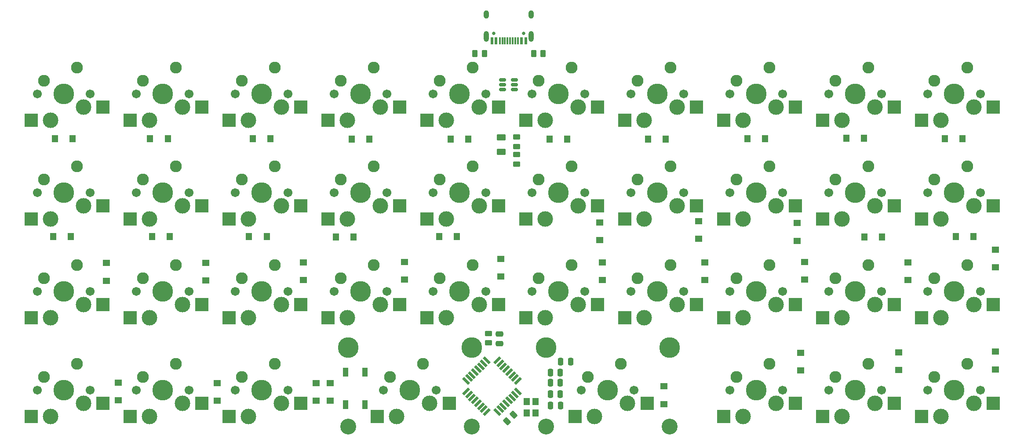
<source format=gbr>
%TF.GenerationSoftware,KiCad,Pcbnew,(5.99.0-12882-g2a6c73b8df)*%
%TF.CreationDate,2021-11-03T21:03:35+01:00*%
%TF.ProjectId,ortho-qaz,6f727468-6f2d-4716-917a-2e6b69636164,rev?*%
%TF.SameCoordinates,Original*%
%TF.FileFunction,Soldermask,Bot*%
%TF.FilePolarity,Negative*%
%FSLAX46Y46*%
G04 Gerber Fmt 4.6, Leading zero omitted, Abs format (unit mm)*
G04 Created by KiCad (PCBNEW (5.99.0-12882-g2a6c73b8df)) date 2021-11-03 21:03:35*
%MOMM*%
%LPD*%
G01*
G04 APERTURE LIST*
G04 Aperture macros list*
%AMRoundRect*
0 Rectangle with rounded corners*
0 $1 Rounding radius*
0 $2 $3 $4 $5 $6 $7 $8 $9 X,Y pos of 4 corners*
0 Add a 4 corners polygon primitive as box body*
4,1,4,$2,$3,$4,$5,$6,$7,$8,$9,$2,$3,0*
0 Add four circle primitives for the rounded corners*
1,1,$1+$1,$2,$3*
1,1,$1+$1,$4,$5*
1,1,$1+$1,$6,$7*
1,1,$1+$1,$8,$9*
0 Add four rect primitives between the rounded corners*
20,1,$1+$1,$2,$3,$4,$5,0*
20,1,$1+$1,$4,$5,$6,$7,0*
20,1,$1+$1,$6,$7,$8,$9,0*
20,1,$1+$1,$8,$9,$2,$3,0*%
%AMRotRect*
0 Rectangle, with rotation*
0 The origin of the aperture is its center*
0 $1 length*
0 $2 width*
0 $3 Rotation angle, in degrees counterclockwise*
0 Add horizontal line*
21,1,$1,$2,0,0,$3*%
G04 Aperture macros list end*
%ADD10R,1.400000X1.200000*%
%ADD11R,1.200000X1.400000*%
%ADD12C,3.048000*%
%ADD13C,3.987800*%
%ADD14R,2.550000X2.500000*%
%ADD15C,1.701800*%
%ADD16C,2.286000*%
%ADD17C,3.000000*%
%ADD18RoundRect,0.250000X-0.250000X-0.475000X0.250000X-0.475000X0.250000X0.475000X-0.250000X0.475000X0*%
%ADD19R,0.600000X1.450000*%
%ADD20R,0.300000X1.450000*%
%ADD21O,1.000000X2.100000*%
%ADD22C,0.650000*%
%ADD23O,1.000000X1.600000*%
%ADD24RoundRect,0.150000X0.512500X0.150000X-0.512500X0.150000X-0.512500X-0.150000X0.512500X-0.150000X0*%
%ADD25RotRect,1.600000X0.550000X45.000000*%
%ADD26RotRect,1.600000X0.550000X135.000000*%
%ADD27R,1.000000X1.700000*%
%ADD28RoundRect,0.249998X-0.132583X0.503816X-0.503816X0.132583X0.132583X-0.503816X0.503816X-0.132583X0*%
%ADD29RoundRect,0.249998X0.262502X0.450002X-0.262502X0.450002X-0.262502X-0.450002X0.262502X-0.450002X0*%
%ADD30RoundRect,0.249998X-0.262502X-0.450002X0.262502X-0.450002X0.262502X0.450002X-0.262502X0.450002X0*%
%ADD31RoundRect,0.249998X-0.450002X0.262502X-0.450002X-0.262502X0.450002X-0.262502X0.450002X0.262502X0*%
%ADD32RoundRect,0.249998X0.450002X-0.262502X0.450002X0.262502X-0.450002X0.262502X-0.450002X-0.262502X0*%
%ADD33RoundRect,0.250000X-0.625000X0.375000X-0.625000X-0.375000X0.625000X-0.375000X0.625000X0.375000X0*%
%ADD34RoundRect,0.250000X0.250000X0.475000X-0.250000X0.475000X-0.250000X-0.475000X0.250000X-0.475000X0*%
%ADD35RoundRect,0.250000X0.475000X-0.250000X0.475000X0.250000X-0.475000X0.250000X-0.475000X-0.250000X0*%
G04 APERTURE END LIST*
D10*
%TO.C,D39*%
X240390000Y-85030000D03*
X240390000Y-88430000D03*
%TD*%
%TO.C,D38*%
X221790000Y-85130000D03*
X221790000Y-88530000D03*
%TD*%
%TO.C,D37*%
X202890000Y-85230000D03*
X202890000Y-88630000D03*
%TD*%
%TO.C,D35*%
X176540000Y-95130000D03*
X176540000Y-91730000D03*
%TD*%
%TO.C,D33*%
X112290000Y-94480000D03*
X112290000Y-91080000D03*
%TD*%
%TO.C,D32*%
X109640000Y-94480000D03*
X109640000Y-91080000D03*
%TD*%
%TO.C,D31*%
X90540000Y-94480000D03*
X90540000Y-91080000D03*
%TD*%
%TO.C,D30*%
X71490000Y-94380000D03*
X71490000Y-90980000D03*
%TD*%
%TO.C,D29*%
X240390000Y-65330000D03*
X240390000Y-68730000D03*
%TD*%
%TO.C,D28*%
X223590000Y-67830000D03*
X223590000Y-71230000D03*
%TD*%
%TO.C,D27*%
X203690000Y-67730000D03*
X203690000Y-71130000D03*
%TD*%
%TO.C,D26*%
X184490000Y-67830000D03*
X184490000Y-71230000D03*
%TD*%
%TO.C,D25*%
X164690000Y-67830000D03*
X164690000Y-71230000D03*
%TD*%
%TO.C,D24*%
X145140000Y-67130000D03*
X145140000Y-70530000D03*
%TD*%
%TO.C,D23*%
X126590000Y-67730000D03*
X126590000Y-71130000D03*
%TD*%
%TO.C,D22*%
X107190000Y-67780000D03*
X107190000Y-71180000D03*
%TD*%
%TO.C,D21*%
X88390000Y-67880000D03*
X88390000Y-71280000D03*
%TD*%
%TO.C,D20*%
X69240000Y-67930000D03*
X69240000Y-71330000D03*
%TD*%
D11*
%TO.C,D19*%
X232790000Y-62830000D03*
X236190000Y-62830000D03*
%TD*%
%TO.C,D18*%
X215190000Y-62930000D03*
X218590000Y-62930000D03*
%TD*%
D10*
%TO.C,D17*%
X202190000Y-63630000D03*
X202190000Y-60230000D03*
%TD*%
%TO.C,D16*%
X183290000Y-63230000D03*
X183290000Y-59830000D03*
%TD*%
%TO.C,D15*%
X164190000Y-63530000D03*
X164190000Y-60130000D03*
%TD*%
D11*
%TO.C,D14*%
X133290000Y-62830000D03*
X136690000Y-62830000D03*
%TD*%
%TO.C,D13*%
X113390000Y-62930000D03*
X116790000Y-62930000D03*
%TD*%
%TO.C,D12*%
X96690000Y-62830000D03*
X100090000Y-62830000D03*
%TD*%
%TO.C,D11*%
X78040000Y-62830000D03*
X81440000Y-62830000D03*
%TD*%
%TO.C,D10*%
X58990000Y-62855000D03*
X62390000Y-62855000D03*
%TD*%
%TO.C,D9*%
X230690000Y-43930000D03*
X234090000Y-43930000D03*
%TD*%
%TO.C,D8*%
X211690000Y-43880000D03*
X215090000Y-43880000D03*
%TD*%
%TO.C,D7*%
X192640000Y-43930000D03*
X196040000Y-43930000D03*
%TD*%
%TO.C,D6*%
X173490000Y-43980000D03*
X176890000Y-43980000D03*
%TD*%
%TO.C,D5*%
X154590000Y-43980000D03*
X157990000Y-43980000D03*
%TD*%
%TO.C,D4*%
X138940000Y-43980000D03*
X135540000Y-43980000D03*
%TD*%
%TO.C,D3*%
X119840000Y-43980000D03*
X116440000Y-43980000D03*
%TD*%
%TO.C,D2*%
X100840000Y-43930000D03*
X97440000Y-43930000D03*
%TD*%
%TO.C,D1*%
X81040000Y-43930000D03*
X77640000Y-43930000D03*
%TD*%
%TO.C,D0*%
X62740000Y-43930000D03*
X59340000Y-43930000D03*
%TD*%
D12*
%TO.C,REF\u002A\u002A*%
X139565000Y-99465000D03*
X115765000Y-99465000D03*
D13*
X139565000Y-84225000D03*
X115765000Y-84225000D03*
%TD*%
D14*
%TO.C,K26*%
X182850000Y-75970000D03*
D15*
X170210000Y-73430000D03*
X180370000Y-73430000D03*
D16*
X171480000Y-70890000D03*
D13*
X175290000Y-73430000D03*
D16*
X177830000Y-68350000D03*
D17*
X179100000Y-75970000D03*
X172750000Y-78510000D03*
D14*
X169000000Y-78510000D03*
%TD*%
D12*
%TO.C,REF\u002A\u002A*%
X177665000Y-99465000D03*
X153865000Y-99465000D03*
D13*
X177665000Y-84225000D03*
X153865000Y-84225000D03*
%TD*%
D14*
%TO.C,K24*%
X144750000Y-75970000D03*
D15*
X132110000Y-73430000D03*
X142270000Y-73430000D03*
D16*
X133380000Y-70890000D03*
D13*
X137190000Y-73430000D03*
D16*
X139730000Y-68350000D03*
D17*
X141000000Y-75970000D03*
X134650000Y-78510000D03*
D14*
X130900000Y-78510000D03*
%TD*%
D18*
%TO.C,C4*%
X156620000Y-91050000D03*
X154720000Y-91050000D03*
%TD*%
%TO.C,C6*%
X156600000Y-89030000D03*
X154700000Y-89030000D03*
%TD*%
D14*
%TO.C,K39*%
X240000000Y-95000000D03*
D15*
X227360000Y-92460000D03*
X237520000Y-92460000D03*
D16*
X228630000Y-89920000D03*
D13*
X232440000Y-92460000D03*
D16*
X234980000Y-87380000D03*
D17*
X236250000Y-95000000D03*
X229900000Y-97540000D03*
D14*
X226150000Y-97540000D03*
%TD*%
%TO.C,K38*%
X220950000Y-95020000D03*
D15*
X208310000Y-92480000D03*
X218470000Y-92480000D03*
D16*
X209580000Y-89940000D03*
D13*
X213390000Y-92480000D03*
D16*
X215930000Y-87400000D03*
D17*
X217200000Y-95020000D03*
X210850000Y-97560000D03*
D14*
X207100000Y-97560000D03*
%TD*%
%TO.C,K37*%
X201900000Y-95020000D03*
D15*
X189260000Y-92480000D03*
X199420000Y-92480000D03*
D16*
X190530000Y-89940000D03*
D13*
X194340000Y-92480000D03*
D16*
X196880000Y-87400000D03*
D17*
X198150000Y-95020000D03*
X191800000Y-97560000D03*
D14*
X188050000Y-97560000D03*
%TD*%
%TO.C,K35*%
X173325000Y-95020000D03*
D15*
X160685000Y-92480000D03*
X170845000Y-92480000D03*
D16*
X161955000Y-89940000D03*
D13*
X165765000Y-92480000D03*
D16*
X168305000Y-87400000D03*
D17*
X169575000Y-95020000D03*
X163225000Y-97560000D03*
D14*
X159475000Y-97560000D03*
%TD*%
%TO.C,K33*%
X135225000Y-95020000D03*
D15*
X122585000Y-92480000D03*
X132745000Y-92480000D03*
D16*
X123855000Y-89940000D03*
D13*
X127665000Y-92480000D03*
D16*
X130205000Y-87400000D03*
D17*
X131475000Y-95020000D03*
X125125000Y-97560000D03*
D14*
X121375000Y-97560000D03*
%TD*%
%TO.C,K32*%
X106650000Y-95020000D03*
D15*
X94010000Y-92480000D03*
X104170000Y-92480000D03*
D16*
X95280000Y-89940000D03*
D13*
X99090000Y-92480000D03*
D16*
X101630000Y-87400000D03*
D17*
X102900000Y-95020000D03*
X96550000Y-97560000D03*
D14*
X92800000Y-97560000D03*
%TD*%
%TO.C,K31*%
X87600000Y-95020000D03*
D15*
X74960000Y-92480000D03*
X85120000Y-92480000D03*
D16*
X76230000Y-89940000D03*
D13*
X80040000Y-92480000D03*
D16*
X82580000Y-87400000D03*
D17*
X83850000Y-95020000D03*
X77500000Y-97560000D03*
D14*
X73750000Y-97560000D03*
%TD*%
%TO.C,K30*%
X68550000Y-95020000D03*
D15*
X55910000Y-92480000D03*
X66070000Y-92480000D03*
D16*
X57180000Y-89940000D03*
D13*
X60990000Y-92480000D03*
D16*
X63530000Y-87400000D03*
D17*
X64800000Y-95020000D03*
X58450000Y-97560000D03*
D14*
X54700000Y-97560000D03*
%TD*%
%TO.C,K29*%
X240000000Y-75970000D03*
D15*
X227360000Y-73430000D03*
X237520000Y-73430000D03*
D16*
X228630000Y-70890000D03*
D13*
X232440000Y-73430000D03*
D16*
X234980000Y-68350000D03*
D17*
X236250000Y-75970000D03*
X229900000Y-78510000D03*
D14*
X226150000Y-78510000D03*
%TD*%
%TO.C,K28*%
X220950000Y-75970000D03*
D15*
X208310000Y-73430000D03*
X218470000Y-73430000D03*
D16*
X209580000Y-70890000D03*
D13*
X213390000Y-73430000D03*
D16*
X215930000Y-68350000D03*
D17*
X217200000Y-75970000D03*
X210850000Y-78510000D03*
D14*
X207100000Y-78510000D03*
%TD*%
%TO.C,K27*%
X201900000Y-75970000D03*
D15*
X189260000Y-73430000D03*
X199420000Y-73430000D03*
D16*
X190530000Y-70890000D03*
D13*
X194340000Y-73430000D03*
D16*
X196880000Y-68350000D03*
D17*
X198150000Y-75970000D03*
X191800000Y-78510000D03*
D14*
X188050000Y-78510000D03*
%TD*%
%TO.C,K25*%
X163800000Y-75970000D03*
D15*
X151160000Y-73430000D03*
X161320000Y-73430000D03*
D16*
X152430000Y-70890000D03*
D13*
X156240000Y-73430000D03*
D16*
X158780000Y-68350000D03*
D17*
X160050000Y-75970000D03*
X153700000Y-78510000D03*
D14*
X149950000Y-78510000D03*
%TD*%
%TO.C,K23*%
X125700000Y-75970000D03*
D15*
X113060000Y-73430000D03*
X123220000Y-73430000D03*
D16*
X114330000Y-70890000D03*
D13*
X118140000Y-73430000D03*
D16*
X120680000Y-68350000D03*
D17*
X121950000Y-75970000D03*
X115600000Y-78510000D03*
D14*
X111850000Y-78510000D03*
%TD*%
%TO.C,K22*%
X106650000Y-75970000D03*
D15*
X94010000Y-73430000D03*
X104170000Y-73430000D03*
D16*
X95280000Y-70890000D03*
D13*
X99090000Y-73430000D03*
D16*
X101630000Y-68350000D03*
D17*
X102900000Y-75970000D03*
X96550000Y-78510000D03*
D14*
X92800000Y-78510000D03*
%TD*%
%TO.C,K21*%
X87600000Y-75970000D03*
D15*
X74960000Y-73430000D03*
X85120000Y-73430000D03*
D16*
X76230000Y-70890000D03*
D13*
X80040000Y-73430000D03*
D16*
X82580000Y-68350000D03*
D17*
X83850000Y-75970000D03*
X77500000Y-78510000D03*
D14*
X73750000Y-78510000D03*
%TD*%
%TO.C,K20*%
X68550000Y-75970000D03*
D15*
X55910000Y-73430000D03*
X66070000Y-73430000D03*
D16*
X57180000Y-70890000D03*
D13*
X60990000Y-73430000D03*
D16*
X63530000Y-68350000D03*
D17*
X64800000Y-75970000D03*
X58450000Y-78510000D03*
D14*
X54700000Y-78510000D03*
%TD*%
%TO.C,K19*%
X240000000Y-56920000D03*
D15*
X227360000Y-54380000D03*
X237520000Y-54380000D03*
D16*
X228630000Y-51840000D03*
D13*
X232440000Y-54380000D03*
D16*
X234980000Y-49300000D03*
D17*
X236250000Y-56920000D03*
X229900000Y-59460000D03*
D14*
X226150000Y-59460000D03*
%TD*%
%TO.C,K18*%
X220950000Y-56920000D03*
D15*
X208310000Y-54380000D03*
X218470000Y-54380000D03*
D16*
X209580000Y-51840000D03*
D13*
X213390000Y-54380000D03*
D16*
X215930000Y-49300000D03*
D17*
X217200000Y-56920000D03*
X210850000Y-59460000D03*
D14*
X207100000Y-59460000D03*
%TD*%
%TO.C,K17*%
X201900000Y-56920000D03*
D15*
X189260000Y-54380000D03*
X199420000Y-54380000D03*
D16*
X190530000Y-51840000D03*
D13*
X194340000Y-54380000D03*
D16*
X196880000Y-49300000D03*
D17*
X198150000Y-56920000D03*
X191800000Y-59460000D03*
D14*
X188050000Y-59460000D03*
%TD*%
%TO.C,K16*%
X182850000Y-56920000D03*
D15*
X170210000Y-54380000D03*
X180370000Y-54380000D03*
D16*
X171480000Y-51840000D03*
D13*
X175290000Y-54380000D03*
D16*
X177830000Y-49300000D03*
D17*
X179100000Y-56920000D03*
X172750000Y-59460000D03*
D14*
X169000000Y-59460000D03*
%TD*%
%TO.C,K15*%
X163800000Y-56920000D03*
D15*
X151160000Y-54380000D03*
X161320000Y-54380000D03*
D16*
X152430000Y-51840000D03*
D13*
X156240000Y-54380000D03*
D16*
X158780000Y-49300000D03*
D17*
X160050000Y-56920000D03*
X153700000Y-59460000D03*
D14*
X149950000Y-59460000D03*
%TD*%
%TO.C,K14*%
X144750000Y-56920000D03*
D15*
X132110000Y-54380000D03*
X142270000Y-54380000D03*
D16*
X133380000Y-51840000D03*
D13*
X137190000Y-54380000D03*
D16*
X139730000Y-49300000D03*
D17*
X141000000Y-56920000D03*
X134650000Y-59460000D03*
D14*
X130900000Y-59460000D03*
%TD*%
%TO.C,K13*%
X125700000Y-56920000D03*
D15*
X113060000Y-54380000D03*
X123220000Y-54380000D03*
D16*
X114330000Y-51840000D03*
D13*
X118140000Y-54380000D03*
D16*
X120680000Y-49300000D03*
D17*
X121950000Y-56920000D03*
X115600000Y-59460000D03*
D14*
X111850000Y-59460000D03*
%TD*%
%TO.C,K12*%
X106650000Y-56920000D03*
D15*
X94010000Y-54380000D03*
X104170000Y-54380000D03*
D16*
X95280000Y-51840000D03*
D13*
X99090000Y-54380000D03*
D16*
X101630000Y-49300000D03*
D17*
X102900000Y-56920000D03*
X96550000Y-59460000D03*
D14*
X92800000Y-59460000D03*
%TD*%
%TO.C,K11*%
X87600000Y-56920000D03*
D15*
X74960000Y-54380000D03*
X85120000Y-54380000D03*
D16*
X76230000Y-51840000D03*
D13*
X80040000Y-54380000D03*
D16*
X82580000Y-49300000D03*
D17*
X83850000Y-56920000D03*
X77500000Y-59460000D03*
D14*
X73750000Y-59460000D03*
%TD*%
%TO.C,K10*%
X68550000Y-56920000D03*
D15*
X55910000Y-54380000D03*
X66070000Y-54380000D03*
D16*
X57180000Y-51840000D03*
D13*
X60990000Y-54380000D03*
D16*
X63530000Y-49300000D03*
D17*
X64800000Y-56920000D03*
X58450000Y-59460000D03*
D14*
X54700000Y-59460000D03*
%TD*%
%TO.C,K9*%
X240000000Y-37870000D03*
D15*
X227360000Y-35330000D03*
X237520000Y-35330000D03*
D16*
X228630000Y-32790000D03*
D13*
X232440000Y-35330000D03*
D16*
X234980000Y-30250000D03*
D17*
X236250000Y-37870000D03*
X229900000Y-40410000D03*
D14*
X226150000Y-40410000D03*
%TD*%
%TO.C,K8*%
X220950000Y-37870000D03*
D15*
X208310000Y-35330000D03*
X218470000Y-35330000D03*
D16*
X209580000Y-32790000D03*
D13*
X213390000Y-35330000D03*
D16*
X215930000Y-30250000D03*
D17*
X217200000Y-37870000D03*
X210850000Y-40410000D03*
D14*
X207100000Y-40410000D03*
%TD*%
%TO.C,K7*%
X201900000Y-37870000D03*
D15*
X189260000Y-35330000D03*
X199420000Y-35330000D03*
D16*
X190530000Y-32790000D03*
D13*
X194340000Y-35330000D03*
D16*
X196880000Y-30250000D03*
D17*
X198150000Y-37870000D03*
X191800000Y-40410000D03*
D14*
X188050000Y-40410000D03*
%TD*%
%TO.C,K6*%
X182850000Y-37870000D03*
D15*
X170210000Y-35330000D03*
X180370000Y-35330000D03*
D16*
X171480000Y-32790000D03*
D13*
X175290000Y-35330000D03*
D16*
X177830000Y-30250000D03*
D17*
X179100000Y-37870000D03*
X172750000Y-40410000D03*
D14*
X169000000Y-40410000D03*
%TD*%
%TO.C,K5*%
X163800000Y-37870000D03*
D15*
X151160000Y-35330000D03*
X161320000Y-35330000D03*
D16*
X152430000Y-32790000D03*
D13*
X156240000Y-35330000D03*
D16*
X158780000Y-30250000D03*
D17*
X160050000Y-37870000D03*
X153700000Y-40410000D03*
D14*
X149950000Y-40410000D03*
%TD*%
%TO.C,K4*%
X144750000Y-37870000D03*
D15*
X132110000Y-35330000D03*
X142270000Y-35330000D03*
D16*
X133380000Y-32790000D03*
D13*
X137190000Y-35330000D03*
D16*
X139730000Y-30250000D03*
D17*
X141000000Y-37870000D03*
X134650000Y-40410000D03*
D14*
X130900000Y-40410000D03*
%TD*%
%TO.C,K3*%
X125700000Y-37870000D03*
D15*
X113060000Y-35330000D03*
X123220000Y-35330000D03*
D16*
X114330000Y-32790000D03*
D13*
X118140000Y-35330000D03*
D16*
X120680000Y-30250000D03*
D17*
X121950000Y-37870000D03*
X115600000Y-40410000D03*
D14*
X111850000Y-40410000D03*
%TD*%
%TO.C,K2*%
X106650000Y-37870000D03*
D15*
X94010000Y-35330000D03*
X104170000Y-35330000D03*
D16*
X95280000Y-32790000D03*
D13*
X99090000Y-35330000D03*
D16*
X101630000Y-30250000D03*
D17*
X102900000Y-37870000D03*
X96550000Y-40410000D03*
D14*
X92800000Y-40410000D03*
%TD*%
%TO.C,K1*%
X87600000Y-37870000D03*
D15*
X74960000Y-35330000D03*
X85120000Y-35330000D03*
D16*
X76230000Y-32790000D03*
D13*
X80040000Y-35330000D03*
D16*
X82580000Y-30250000D03*
D17*
X83850000Y-37870000D03*
X77500000Y-40410000D03*
D14*
X73750000Y-40410000D03*
%TD*%
%TO.C,K0*%
X68550000Y-37870000D03*
D15*
X55910000Y-35330000D03*
X66070000Y-35330000D03*
D16*
X57180000Y-32790000D03*
D13*
X60990000Y-35330000D03*
D16*
X63530000Y-30250000D03*
D17*
X64800000Y-37870000D03*
X58450000Y-40410000D03*
D14*
X54700000Y-40410000D03*
%TD*%
D19*
%TO.C,J1*%
X149965000Y-25087500D03*
X149165000Y-25087500D03*
X144265000Y-25087500D03*
X143465000Y-25087500D03*
X143465000Y-25087500D03*
X144265000Y-25087500D03*
X149165000Y-25087500D03*
X149965000Y-25087500D03*
D20*
X144965000Y-25087500D03*
X145465000Y-25087500D03*
X145965000Y-25087500D03*
X146965000Y-25087500D03*
X147465000Y-25087500D03*
X147965000Y-25087500D03*
X148465000Y-25087500D03*
X146465000Y-25087500D03*
D21*
X151035000Y-24172500D03*
X142395000Y-24172500D03*
D22*
X143825000Y-23642500D03*
D23*
X142395000Y-19992500D03*
D22*
X149605000Y-23642500D03*
D23*
X151035000Y-19992500D03*
%TD*%
D11*
%TO.C,Y1*%
X150140000Y-94630000D03*
X150140000Y-96830000D03*
X151840000Y-96830000D03*
X151840000Y-94630000D03*
%TD*%
D24*
%TO.C,U2*%
X145542500Y-32550000D03*
X145542500Y-33500000D03*
X145542500Y-34450000D03*
X147817500Y-34450000D03*
X147817500Y-33500000D03*
X147817500Y-32550000D03*
%TD*%
D25*
%TO.C,U1*%
X148455103Y-90684695D03*
X147889417Y-90119010D03*
X147323732Y-89553324D03*
X146758047Y-88987639D03*
X146192361Y-88421953D03*
X145626676Y-87856268D03*
X145060990Y-87290583D03*
X144495305Y-86724897D03*
D26*
X142444695Y-86724897D03*
X141879010Y-87290583D03*
X141313324Y-87856268D03*
X140747639Y-88421953D03*
X140181953Y-88987639D03*
X139616268Y-89553324D03*
X139050583Y-90119010D03*
X138484897Y-90684695D03*
D25*
X138484897Y-92735305D03*
X139050583Y-93300990D03*
X139616268Y-93866676D03*
X140181953Y-94432361D03*
X140747639Y-94998047D03*
X141313324Y-95563732D03*
X141879010Y-96129417D03*
X142444695Y-96695103D03*
D26*
X144495305Y-96695103D03*
X145060990Y-96129417D03*
X145626676Y-95563732D03*
X146192361Y-94998047D03*
X146758047Y-94432361D03*
X147323732Y-93866676D03*
X147889417Y-93300990D03*
X148455103Y-92735305D03*
%TD*%
D27*
%TO.C,SW1*%
X115240000Y-88980000D03*
X115240000Y-95280000D03*
X119040000Y-88980000D03*
X119040000Y-95280000D03*
%TD*%
D28*
%TO.C,R6*%
X146329530Y-98470470D03*
X147620000Y-97180000D03*
%TD*%
D29*
%TO.C,R5*%
X151487500Y-27530000D03*
X153312500Y-27530000D03*
%TD*%
D30*
%TO.C,R4*%
X142002500Y-27530000D03*
X140177500Y-27530000D03*
%TD*%
D31*
%TO.C,R3*%
X142790000Y-83342500D03*
X142790000Y-81517500D03*
%TD*%
D32*
%TO.C,R2*%
X148190000Y-43597500D03*
X148190000Y-45422500D03*
%TD*%
D31*
%TO.C,R1*%
X148190000Y-48822500D03*
X148190000Y-46997500D03*
%TD*%
D33*
%TO.C,F1*%
X145280000Y-46500000D03*
X145280000Y-43700000D03*
%TD*%
D18*
%TO.C,C5*%
X158590000Y-86940000D03*
X156690000Y-86940000D03*
%TD*%
%TO.C,C3*%
X156640000Y-95380000D03*
X154740000Y-95380000D03*
%TD*%
D34*
%TO.C,C2*%
X154730000Y-93250000D03*
X156630000Y-93250000D03*
%TD*%
D35*
%TO.C,C1*%
X144890000Y-81580000D03*
X144890000Y-83480000D03*
%TD*%
M02*

</source>
